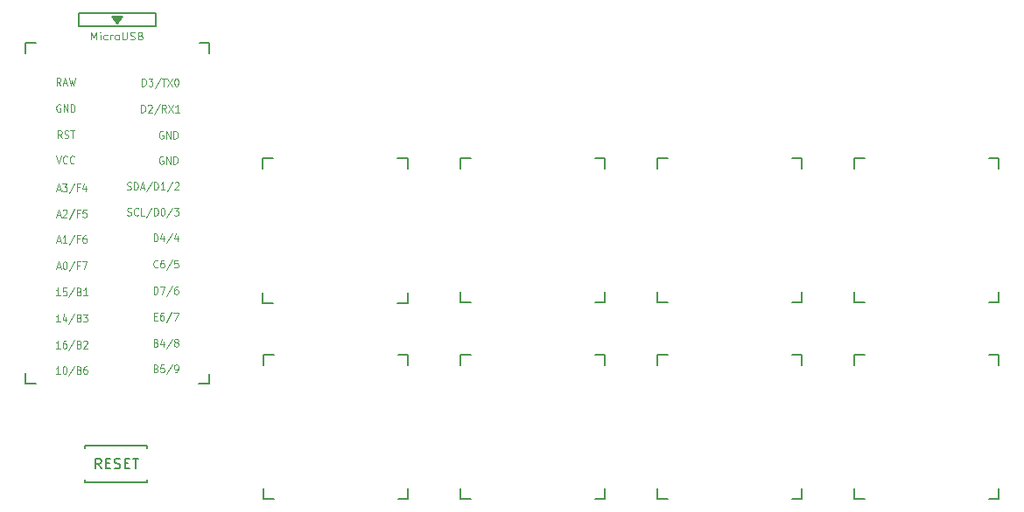
<source format=gbr>
G04 #@! TF.GenerationSoftware,KiCad,Pcbnew,(5.1.0)-1*
G04 #@! TF.CreationDate,2019-04-21T21:02:20+09:00*
G04 #@! TF.ProjectId,meishikbd,6d656973-6869-46b6-9264-2e6b69636164,rev?*
G04 #@! TF.SameCoordinates,Original*
G04 #@! TF.FileFunction,Legend,Top*
G04 #@! TF.FilePolarity,Positive*
%FSLAX46Y46*%
G04 Gerber Fmt 4.6, Leading zero omitted, Abs format (unit mm)*
G04 Created by KiCad (PCBNEW (5.1.0)-1) date 2019-04-21 21:02:20*
%MOMM*%
%LPD*%
G04 APERTURE LIST*
%ADD10C,0.150000*%
%ADD11C,0.120000*%
%ADD12C,0.125000*%
G04 APERTURE END LIST*
D10*
X65150000Y-97100000D02*
X64150000Y-97100000D01*
X64150000Y-96100000D02*
X64150000Y-97100000D01*
X78150000Y-83100000D02*
X77150000Y-83100000D01*
X78150000Y-84100000D02*
X78150000Y-83100000D01*
X78150000Y-97100000D02*
X78150000Y-96100000D01*
X77150000Y-97100000D02*
X78150000Y-97100000D01*
X64150000Y-83100000D02*
X65150000Y-83100000D01*
X64150000Y-84100000D02*
X64150000Y-83100000D01*
X84200000Y-78050000D02*
X83200000Y-78050000D01*
X83200000Y-77050000D02*
X83200000Y-78050000D01*
X97200000Y-64050000D02*
X96200000Y-64050000D01*
X97200000Y-65050000D02*
X97200000Y-64050000D01*
X97200000Y-78050000D02*
X97200000Y-77050000D01*
X96200000Y-78050000D02*
X97200000Y-78050000D01*
X83200000Y-64050000D02*
X84200000Y-64050000D01*
X83200000Y-65050000D02*
X83200000Y-64050000D01*
X83200000Y-84100000D02*
X83200000Y-83100000D01*
X83200000Y-83100000D02*
X84200000Y-83100000D01*
X96200000Y-97100000D02*
X97200000Y-97100000D01*
X97200000Y-97100000D02*
X97200000Y-96100000D01*
X97200000Y-84100000D02*
X97200000Y-83100000D01*
X97200000Y-83100000D02*
X96200000Y-83100000D01*
X83200000Y-96100000D02*
X83200000Y-97100000D01*
X84200000Y-97100000D02*
X83200000Y-97100000D01*
X103250000Y-78050000D02*
X102250000Y-78050000D01*
X102250000Y-77050000D02*
X102250000Y-78050000D01*
X116250000Y-64050000D02*
X115250000Y-64050000D01*
X116250000Y-65050000D02*
X116250000Y-64050000D01*
X116250000Y-78050000D02*
X116250000Y-77050000D01*
X115250000Y-78050000D02*
X116250000Y-78050000D01*
X102250000Y-64050000D02*
X103250000Y-64050000D01*
X102250000Y-65050000D02*
X102250000Y-64050000D01*
X103250000Y-97100000D02*
X102250000Y-97100000D01*
X102250000Y-96100000D02*
X102250000Y-97100000D01*
X116250000Y-83100000D02*
X115250000Y-83100000D01*
X116250000Y-84100000D02*
X116250000Y-83100000D01*
X116250000Y-97100000D02*
X116250000Y-96100000D01*
X115250000Y-97100000D02*
X116250000Y-97100000D01*
X102250000Y-83100000D02*
X103250000Y-83100000D01*
X102250000Y-84100000D02*
X102250000Y-83100000D01*
X122300000Y-78050000D02*
X121300000Y-78050000D01*
X121300000Y-77050000D02*
X121300000Y-78050000D01*
X135300000Y-64050000D02*
X134300000Y-64050000D01*
X135300000Y-65050000D02*
X135300000Y-64050000D01*
X135300000Y-78050000D02*
X135300000Y-77050000D01*
X134300000Y-78050000D02*
X135300000Y-78050000D01*
X121300000Y-64050000D02*
X122300000Y-64050000D01*
X121300000Y-65050000D02*
X121300000Y-64050000D01*
X121300000Y-84100000D02*
X121300000Y-83100000D01*
X121300000Y-83100000D02*
X122300000Y-83100000D01*
X134300000Y-97100000D02*
X135300000Y-97100000D01*
X135300000Y-97100000D02*
X135300000Y-96100000D01*
X135300000Y-84100000D02*
X135300000Y-83100000D01*
X135300000Y-83100000D02*
X134300000Y-83100000D01*
X121300000Y-96100000D02*
X121300000Y-97100000D01*
X122300000Y-97100000D02*
X121300000Y-97100000D01*
X49850000Y-50800000D02*
X50150000Y-50800000D01*
X49750000Y-50650000D02*
X50250000Y-50650000D01*
X49650000Y-50500000D02*
X50350000Y-50500000D01*
X50000000Y-51000000D02*
X49500000Y-50350000D01*
X50500000Y-50350000D02*
X50000000Y-51000000D01*
X49500000Y-50350000D02*
X50500000Y-50350000D01*
X53750000Y-50000000D02*
X46250000Y-50000000D01*
X53750000Y-51300000D02*
X53750000Y-50000000D01*
X46250000Y-51300000D02*
X53750000Y-51300000D01*
X46250000Y-50000000D02*
X46250000Y-51300000D01*
X41100000Y-52900000D02*
X41100000Y-53900000D01*
X58900000Y-52900000D02*
X58900000Y-53900000D01*
X41100000Y-52900000D02*
X42100000Y-52900000D01*
X58900000Y-52900000D02*
X57950000Y-52900000D01*
X41100000Y-84900000D02*
X41100000Y-85950000D01*
X58900000Y-84950000D02*
X58900000Y-85950000D01*
X41100000Y-85950000D02*
X42100000Y-85950000D01*
X58900000Y-85950000D02*
X57890000Y-85950000D01*
X64100000Y-65100000D02*
X64100000Y-64100000D01*
X64100000Y-64100000D02*
X65100000Y-64100000D01*
X77100000Y-78100000D02*
X78100000Y-78100000D01*
X78100000Y-78100000D02*
X78100000Y-77100000D01*
X78100000Y-65100000D02*
X78100000Y-64100000D01*
X78100000Y-64100000D02*
X77100000Y-64100000D01*
X64100000Y-77100000D02*
X64100000Y-78100000D01*
X65100000Y-78100000D02*
X64100000Y-78100000D01*
X46900000Y-95450000D02*
X52900000Y-95450000D01*
X52900000Y-95450000D02*
X52900000Y-95200000D01*
X46900000Y-95450000D02*
X46900000Y-95200000D01*
X46900000Y-91950000D02*
X46900000Y-92200000D01*
X46900000Y-91950000D02*
X52900000Y-91950000D01*
X52900000Y-91950000D02*
X52900000Y-92200000D01*
D11*
X47503571Y-52589285D02*
X47503571Y-51839285D01*
X47753571Y-52375000D01*
X48003571Y-51839285D01*
X48003571Y-52589285D01*
X48360714Y-52589285D02*
X48360714Y-52089285D01*
X48360714Y-51839285D02*
X48325000Y-51875000D01*
X48360714Y-51910714D01*
X48396428Y-51875000D01*
X48360714Y-51839285D01*
X48360714Y-51910714D01*
X49039285Y-52553571D02*
X48967857Y-52589285D01*
X48825000Y-52589285D01*
X48753571Y-52553571D01*
X48717857Y-52517857D01*
X48682142Y-52446428D01*
X48682142Y-52232142D01*
X48717857Y-52160714D01*
X48753571Y-52125000D01*
X48825000Y-52089285D01*
X48967857Y-52089285D01*
X49039285Y-52125000D01*
X49360714Y-52589285D02*
X49360714Y-52089285D01*
X49360714Y-52232142D02*
X49396428Y-52160714D01*
X49432142Y-52125000D01*
X49503571Y-52089285D01*
X49575000Y-52089285D01*
X49932142Y-52589285D02*
X49860714Y-52553571D01*
X49825000Y-52517857D01*
X49789285Y-52446428D01*
X49789285Y-52232142D01*
X49825000Y-52160714D01*
X49860714Y-52125000D01*
X49932142Y-52089285D01*
X50039285Y-52089285D01*
X50110714Y-52125000D01*
X50146428Y-52160714D01*
X50182142Y-52232142D01*
X50182142Y-52446428D01*
X50146428Y-52517857D01*
X50110714Y-52553571D01*
X50039285Y-52589285D01*
X49932142Y-52589285D01*
X50503571Y-51839285D02*
X50503571Y-52446428D01*
X50539285Y-52517857D01*
X50575000Y-52553571D01*
X50646428Y-52589285D01*
X50789285Y-52589285D01*
X50860714Y-52553571D01*
X50896428Y-52517857D01*
X50932142Y-52446428D01*
X50932142Y-51839285D01*
X51253571Y-52553571D02*
X51360714Y-52589285D01*
X51539285Y-52589285D01*
X51610714Y-52553571D01*
X51646428Y-52517857D01*
X51682142Y-52446428D01*
X51682142Y-52375000D01*
X51646428Y-52303571D01*
X51610714Y-52267857D01*
X51539285Y-52232142D01*
X51396428Y-52196428D01*
X51325000Y-52160714D01*
X51289285Y-52125000D01*
X51253571Y-52053571D01*
X51253571Y-51982142D01*
X51289285Y-51910714D01*
X51325000Y-51875000D01*
X51396428Y-51839285D01*
X51575000Y-51839285D01*
X51682142Y-51875000D01*
X52253571Y-52196428D02*
X52360714Y-52232142D01*
X52396428Y-52267857D01*
X52432142Y-52339285D01*
X52432142Y-52446428D01*
X52396428Y-52517857D01*
X52360714Y-52553571D01*
X52289285Y-52589285D01*
X52003571Y-52589285D01*
X52003571Y-51839285D01*
X52253571Y-51839285D01*
X52325000Y-51875000D01*
X52360714Y-51910714D01*
X52396428Y-51982142D01*
X52396428Y-52053571D01*
X52360714Y-52125000D01*
X52325000Y-52160714D01*
X52253571Y-52196428D01*
X52003571Y-52196428D01*
D12*
X53763809Y-81946428D02*
X53859523Y-81982142D01*
X53891428Y-82017857D01*
X53923333Y-82089285D01*
X53923333Y-82196428D01*
X53891428Y-82267857D01*
X53859523Y-82303571D01*
X53795714Y-82339285D01*
X53540476Y-82339285D01*
X53540476Y-81589285D01*
X53763809Y-81589285D01*
X53827619Y-81625000D01*
X53859523Y-81660714D01*
X53891428Y-81732142D01*
X53891428Y-81803571D01*
X53859523Y-81875000D01*
X53827619Y-81910714D01*
X53763809Y-81946428D01*
X53540476Y-81946428D01*
X54497619Y-81839285D02*
X54497619Y-82339285D01*
X54338095Y-81553571D02*
X54178571Y-82089285D01*
X54593333Y-82089285D01*
X55327142Y-81553571D02*
X54752857Y-82517857D01*
X55646190Y-81910714D02*
X55582380Y-81875000D01*
X55550476Y-81839285D01*
X55518571Y-81767857D01*
X55518571Y-81732142D01*
X55550476Y-81660714D01*
X55582380Y-81625000D01*
X55646190Y-81589285D01*
X55773809Y-81589285D01*
X55837619Y-81625000D01*
X55869523Y-81660714D01*
X55901428Y-81732142D01*
X55901428Y-81767857D01*
X55869523Y-81839285D01*
X55837619Y-81875000D01*
X55773809Y-81910714D01*
X55646190Y-81910714D01*
X55582380Y-81946428D01*
X55550476Y-81982142D01*
X55518571Y-82053571D01*
X55518571Y-82196428D01*
X55550476Y-82267857D01*
X55582380Y-82303571D01*
X55646190Y-82339285D01*
X55773809Y-82339285D01*
X55837619Y-82303571D01*
X55869523Y-82267857D01*
X55901428Y-82196428D01*
X55901428Y-82053571D01*
X55869523Y-81982142D01*
X55837619Y-81946428D01*
X55773809Y-81910714D01*
X52336428Y-59639285D02*
X52336428Y-58889285D01*
X52495952Y-58889285D01*
X52591666Y-58925000D01*
X52655476Y-58996428D01*
X52687380Y-59067857D01*
X52719285Y-59210714D01*
X52719285Y-59317857D01*
X52687380Y-59460714D01*
X52655476Y-59532142D01*
X52591666Y-59603571D01*
X52495952Y-59639285D01*
X52336428Y-59639285D01*
X52974523Y-58960714D02*
X53006428Y-58925000D01*
X53070238Y-58889285D01*
X53229761Y-58889285D01*
X53293571Y-58925000D01*
X53325476Y-58960714D01*
X53357380Y-59032142D01*
X53357380Y-59103571D01*
X53325476Y-59210714D01*
X52942619Y-59639285D01*
X53357380Y-59639285D01*
X54123095Y-58853571D02*
X53548809Y-59817857D01*
X54729285Y-59639285D02*
X54505952Y-59282142D01*
X54346428Y-59639285D02*
X54346428Y-58889285D01*
X54601666Y-58889285D01*
X54665476Y-58925000D01*
X54697380Y-58960714D01*
X54729285Y-59032142D01*
X54729285Y-59139285D01*
X54697380Y-59210714D01*
X54665476Y-59246428D01*
X54601666Y-59282142D01*
X54346428Y-59282142D01*
X54952619Y-58889285D02*
X55399285Y-59639285D01*
X55399285Y-58889285D02*
X54952619Y-59639285D01*
X56005476Y-59639285D02*
X55622619Y-59639285D01*
X55814047Y-59639285D02*
X55814047Y-58889285D01*
X55750238Y-58996428D01*
X55686428Y-59067857D01*
X55622619Y-59103571D01*
X53763809Y-84446428D02*
X53859523Y-84482142D01*
X53891428Y-84517857D01*
X53923333Y-84589285D01*
X53923333Y-84696428D01*
X53891428Y-84767857D01*
X53859523Y-84803571D01*
X53795714Y-84839285D01*
X53540476Y-84839285D01*
X53540476Y-84089285D01*
X53763809Y-84089285D01*
X53827619Y-84125000D01*
X53859523Y-84160714D01*
X53891428Y-84232142D01*
X53891428Y-84303571D01*
X53859523Y-84375000D01*
X53827619Y-84410714D01*
X53763809Y-84446428D01*
X53540476Y-84446428D01*
X54529523Y-84089285D02*
X54210476Y-84089285D01*
X54178571Y-84446428D01*
X54210476Y-84410714D01*
X54274285Y-84375000D01*
X54433809Y-84375000D01*
X54497619Y-84410714D01*
X54529523Y-84446428D01*
X54561428Y-84517857D01*
X54561428Y-84696428D01*
X54529523Y-84767857D01*
X54497619Y-84803571D01*
X54433809Y-84839285D01*
X54274285Y-84839285D01*
X54210476Y-84803571D01*
X54178571Y-84767857D01*
X55327142Y-84053571D02*
X54752857Y-85017857D01*
X55582380Y-84839285D02*
X55710000Y-84839285D01*
X55773809Y-84803571D01*
X55805714Y-84767857D01*
X55869523Y-84660714D01*
X55901428Y-84517857D01*
X55901428Y-84232142D01*
X55869523Y-84160714D01*
X55837619Y-84125000D01*
X55773809Y-84089285D01*
X55646190Y-84089285D01*
X55582380Y-84125000D01*
X55550476Y-84160714D01*
X55518571Y-84232142D01*
X55518571Y-84410714D01*
X55550476Y-84482142D01*
X55582380Y-84517857D01*
X55646190Y-84553571D01*
X55773809Y-84553571D01*
X55837619Y-84517857D01*
X55869523Y-84482142D01*
X55901428Y-84410714D01*
X53923333Y-74617857D02*
X53891428Y-74653571D01*
X53795714Y-74689285D01*
X53731904Y-74689285D01*
X53636190Y-74653571D01*
X53572380Y-74582142D01*
X53540476Y-74510714D01*
X53508571Y-74367857D01*
X53508571Y-74260714D01*
X53540476Y-74117857D01*
X53572380Y-74046428D01*
X53636190Y-73975000D01*
X53731904Y-73939285D01*
X53795714Y-73939285D01*
X53891428Y-73975000D01*
X53923333Y-74010714D01*
X54497619Y-73939285D02*
X54370000Y-73939285D01*
X54306190Y-73975000D01*
X54274285Y-74010714D01*
X54210476Y-74117857D01*
X54178571Y-74260714D01*
X54178571Y-74546428D01*
X54210476Y-74617857D01*
X54242380Y-74653571D01*
X54306190Y-74689285D01*
X54433809Y-74689285D01*
X54497619Y-74653571D01*
X54529523Y-74617857D01*
X54561428Y-74546428D01*
X54561428Y-74367857D01*
X54529523Y-74296428D01*
X54497619Y-74260714D01*
X54433809Y-74225000D01*
X54306190Y-74225000D01*
X54242380Y-74260714D01*
X54210476Y-74296428D01*
X54178571Y-74367857D01*
X55327142Y-73903571D02*
X54752857Y-74867857D01*
X55869523Y-73939285D02*
X55550476Y-73939285D01*
X55518571Y-74296428D01*
X55550476Y-74260714D01*
X55614285Y-74225000D01*
X55773809Y-74225000D01*
X55837619Y-74260714D01*
X55869523Y-74296428D01*
X55901428Y-74367857D01*
X55901428Y-74546428D01*
X55869523Y-74617857D01*
X55837619Y-74653571D01*
X55773809Y-74689285D01*
X55614285Y-74689285D01*
X55550476Y-74653571D01*
X55518571Y-74617857D01*
X50982380Y-69603571D02*
X51078095Y-69639285D01*
X51237619Y-69639285D01*
X51301428Y-69603571D01*
X51333333Y-69567857D01*
X51365238Y-69496428D01*
X51365238Y-69425000D01*
X51333333Y-69353571D01*
X51301428Y-69317857D01*
X51237619Y-69282142D01*
X51110000Y-69246428D01*
X51046190Y-69210714D01*
X51014285Y-69175000D01*
X50982380Y-69103571D01*
X50982380Y-69032142D01*
X51014285Y-68960714D01*
X51046190Y-68925000D01*
X51110000Y-68889285D01*
X51269523Y-68889285D01*
X51365238Y-68925000D01*
X52035238Y-69567857D02*
X52003333Y-69603571D01*
X51907619Y-69639285D01*
X51843809Y-69639285D01*
X51748095Y-69603571D01*
X51684285Y-69532142D01*
X51652380Y-69460714D01*
X51620476Y-69317857D01*
X51620476Y-69210714D01*
X51652380Y-69067857D01*
X51684285Y-68996428D01*
X51748095Y-68925000D01*
X51843809Y-68889285D01*
X51907619Y-68889285D01*
X52003333Y-68925000D01*
X52035238Y-68960714D01*
X52641428Y-69639285D02*
X52322380Y-69639285D01*
X52322380Y-68889285D01*
X53343333Y-68853571D02*
X52769047Y-69817857D01*
X53566666Y-69639285D02*
X53566666Y-68889285D01*
X53726190Y-68889285D01*
X53821904Y-68925000D01*
X53885714Y-68996428D01*
X53917619Y-69067857D01*
X53949523Y-69210714D01*
X53949523Y-69317857D01*
X53917619Y-69460714D01*
X53885714Y-69532142D01*
X53821904Y-69603571D01*
X53726190Y-69639285D01*
X53566666Y-69639285D01*
X54364285Y-68889285D02*
X54428095Y-68889285D01*
X54491904Y-68925000D01*
X54523809Y-68960714D01*
X54555714Y-69032142D01*
X54587619Y-69175000D01*
X54587619Y-69353571D01*
X54555714Y-69496428D01*
X54523809Y-69567857D01*
X54491904Y-69603571D01*
X54428095Y-69639285D01*
X54364285Y-69639285D01*
X54300476Y-69603571D01*
X54268571Y-69567857D01*
X54236666Y-69496428D01*
X54204761Y-69353571D01*
X54204761Y-69175000D01*
X54236666Y-69032142D01*
X54268571Y-68960714D01*
X54300476Y-68925000D01*
X54364285Y-68889285D01*
X55353333Y-68853571D02*
X54779047Y-69817857D01*
X55512857Y-68889285D02*
X55927619Y-68889285D01*
X55704285Y-69175000D01*
X55800000Y-69175000D01*
X55863809Y-69210714D01*
X55895714Y-69246428D01*
X55927619Y-69317857D01*
X55927619Y-69496428D01*
X55895714Y-69567857D01*
X55863809Y-69603571D01*
X55800000Y-69639285D01*
X55608571Y-69639285D01*
X55544761Y-69603571D01*
X55512857Y-69567857D01*
X50966428Y-67103571D02*
X51062142Y-67139285D01*
X51221666Y-67139285D01*
X51285476Y-67103571D01*
X51317380Y-67067857D01*
X51349285Y-66996428D01*
X51349285Y-66925000D01*
X51317380Y-66853571D01*
X51285476Y-66817857D01*
X51221666Y-66782142D01*
X51094047Y-66746428D01*
X51030238Y-66710714D01*
X50998333Y-66675000D01*
X50966428Y-66603571D01*
X50966428Y-66532142D01*
X50998333Y-66460714D01*
X51030238Y-66425000D01*
X51094047Y-66389285D01*
X51253571Y-66389285D01*
X51349285Y-66425000D01*
X51636428Y-67139285D02*
X51636428Y-66389285D01*
X51795952Y-66389285D01*
X51891666Y-66425000D01*
X51955476Y-66496428D01*
X51987380Y-66567857D01*
X52019285Y-66710714D01*
X52019285Y-66817857D01*
X51987380Y-66960714D01*
X51955476Y-67032142D01*
X51891666Y-67103571D01*
X51795952Y-67139285D01*
X51636428Y-67139285D01*
X52274523Y-66925000D02*
X52593571Y-66925000D01*
X52210714Y-67139285D02*
X52434047Y-66389285D01*
X52657380Y-67139285D01*
X53359285Y-66353571D02*
X52785000Y-67317857D01*
X53582619Y-67139285D02*
X53582619Y-66389285D01*
X53742142Y-66389285D01*
X53837857Y-66425000D01*
X53901666Y-66496428D01*
X53933571Y-66567857D01*
X53965476Y-66710714D01*
X53965476Y-66817857D01*
X53933571Y-66960714D01*
X53901666Y-67032142D01*
X53837857Y-67103571D01*
X53742142Y-67139285D01*
X53582619Y-67139285D01*
X54603571Y-67139285D02*
X54220714Y-67139285D01*
X54412142Y-67139285D02*
X54412142Y-66389285D01*
X54348333Y-66496428D01*
X54284523Y-66567857D01*
X54220714Y-66603571D01*
X55369285Y-66353571D02*
X54795000Y-67317857D01*
X55560714Y-66460714D02*
X55592619Y-66425000D01*
X55656428Y-66389285D01*
X55815952Y-66389285D01*
X55879761Y-66425000D01*
X55911666Y-66460714D01*
X55943571Y-66532142D01*
X55943571Y-66603571D01*
X55911666Y-66710714D01*
X55528809Y-67139285D01*
X55943571Y-67139285D01*
X53540476Y-72139285D02*
X53540476Y-71389285D01*
X53700000Y-71389285D01*
X53795714Y-71425000D01*
X53859523Y-71496428D01*
X53891428Y-71567857D01*
X53923333Y-71710714D01*
X53923333Y-71817857D01*
X53891428Y-71960714D01*
X53859523Y-72032142D01*
X53795714Y-72103571D01*
X53700000Y-72139285D01*
X53540476Y-72139285D01*
X54497619Y-71639285D02*
X54497619Y-72139285D01*
X54338095Y-71353571D02*
X54178571Y-71889285D01*
X54593333Y-71889285D01*
X55327142Y-71353571D02*
X54752857Y-72317857D01*
X55837619Y-71639285D02*
X55837619Y-72139285D01*
X55678095Y-71353571D02*
X55518571Y-71889285D01*
X55933333Y-71889285D01*
X52416190Y-57089285D02*
X52416190Y-56339285D01*
X52575714Y-56339285D01*
X52671428Y-56375000D01*
X52735238Y-56446428D01*
X52767142Y-56517857D01*
X52799047Y-56660714D01*
X52799047Y-56767857D01*
X52767142Y-56910714D01*
X52735238Y-56982142D01*
X52671428Y-57053571D01*
X52575714Y-57089285D01*
X52416190Y-57089285D01*
X53022380Y-56339285D02*
X53437142Y-56339285D01*
X53213809Y-56625000D01*
X53309523Y-56625000D01*
X53373333Y-56660714D01*
X53405238Y-56696428D01*
X53437142Y-56767857D01*
X53437142Y-56946428D01*
X53405238Y-57017857D01*
X53373333Y-57053571D01*
X53309523Y-57089285D01*
X53118095Y-57089285D01*
X53054285Y-57053571D01*
X53022380Y-57017857D01*
X54202857Y-56303571D02*
X53628571Y-57267857D01*
X54330476Y-56339285D02*
X54713333Y-56339285D01*
X54521904Y-57089285D02*
X54521904Y-56339285D01*
X54872857Y-56339285D02*
X55319523Y-57089285D01*
X55319523Y-56339285D02*
X54872857Y-57089285D01*
X55702380Y-56339285D02*
X55766190Y-56339285D01*
X55830000Y-56375000D01*
X55861904Y-56410714D01*
X55893809Y-56482142D01*
X55925714Y-56625000D01*
X55925714Y-56803571D01*
X55893809Y-56946428D01*
X55861904Y-57017857D01*
X55830000Y-57053571D01*
X55766190Y-57089285D01*
X55702380Y-57089285D01*
X55638571Y-57053571D01*
X55606666Y-57017857D01*
X55574761Y-56946428D01*
X55542857Y-56803571D01*
X55542857Y-56625000D01*
X55574761Y-56482142D01*
X55606666Y-56410714D01*
X55638571Y-56375000D01*
X55702380Y-56339285D01*
X54444523Y-63925000D02*
X54380714Y-63889285D01*
X54285000Y-63889285D01*
X54189285Y-63925000D01*
X54125476Y-63996428D01*
X54093571Y-64067857D01*
X54061666Y-64210714D01*
X54061666Y-64317857D01*
X54093571Y-64460714D01*
X54125476Y-64532142D01*
X54189285Y-64603571D01*
X54285000Y-64639285D01*
X54348809Y-64639285D01*
X54444523Y-64603571D01*
X54476428Y-64567857D01*
X54476428Y-64317857D01*
X54348809Y-64317857D01*
X54763571Y-64639285D02*
X54763571Y-63889285D01*
X55146428Y-64639285D01*
X55146428Y-63889285D01*
X55465476Y-64639285D02*
X55465476Y-63889285D01*
X55625000Y-63889285D01*
X55720714Y-63925000D01*
X55784523Y-63996428D01*
X55816428Y-64067857D01*
X55848333Y-64210714D01*
X55848333Y-64317857D01*
X55816428Y-64460714D01*
X55784523Y-64532142D01*
X55720714Y-64603571D01*
X55625000Y-64639285D01*
X55465476Y-64639285D01*
X54444523Y-61475000D02*
X54380714Y-61439285D01*
X54285000Y-61439285D01*
X54189285Y-61475000D01*
X54125476Y-61546428D01*
X54093571Y-61617857D01*
X54061666Y-61760714D01*
X54061666Y-61867857D01*
X54093571Y-62010714D01*
X54125476Y-62082142D01*
X54189285Y-62153571D01*
X54285000Y-62189285D01*
X54348809Y-62189285D01*
X54444523Y-62153571D01*
X54476428Y-62117857D01*
X54476428Y-61867857D01*
X54348809Y-61867857D01*
X54763571Y-62189285D02*
X54763571Y-61439285D01*
X55146428Y-62189285D01*
X55146428Y-61439285D01*
X55465476Y-62189285D02*
X55465476Y-61439285D01*
X55625000Y-61439285D01*
X55720714Y-61475000D01*
X55784523Y-61546428D01*
X55816428Y-61617857D01*
X55848333Y-61760714D01*
X55848333Y-61867857D01*
X55816428Y-62010714D01*
X55784523Y-62082142D01*
X55720714Y-62153571D01*
X55625000Y-62189285D01*
X55465476Y-62189285D01*
X53540476Y-77239285D02*
X53540476Y-76489285D01*
X53700000Y-76489285D01*
X53795714Y-76525000D01*
X53859523Y-76596428D01*
X53891428Y-76667857D01*
X53923333Y-76810714D01*
X53923333Y-76917857D01*
X53891428Y-77060714D01*
X53859523Y-77132142D01*
X53795714Y-77203571D01*
X53700000Y-77239285D01*
X53540476Y-77239285D01*
X54146666Y-76489285D02*
X54593333Y-76489285D01*
X54306190Y-77239285D01*
X55327142Y-76453571D02*
X54752857Y-77417857D01*
X55837619Y-76489285D02*
X55710000Y-76489285D01*
X55646190Y-76525000D01*
X55614285Y-76560714D01*
X55550476Y-76667857D01*
X55518571Y-76810714D01*
X55518571Y-77096428D01*
X55550476Y-77167857D01*
X55582380Y-77203571D01*
X55646190Y-77239285D01*
X55773809Y-77239285D01*
X55837619Y-77203571D01*
X55869523Y-77167857D01*
X55901428Y-77096428D01*
X55901428Y-76917857D01*
X55869523Y-76846428D01*
X55837619Y-76810714D01*
X55773809Y-76775000D01*
X55646190Y-76775000D01*
X55582380Y-76810714D01*
X55550476Y-76846428D01*
X55518571Y-76917857D01*
X53572380Y-79396428D02*
X53795714Y-79396428D01*
X53891428Y-79789285D02*
X53572380Y-79789285D01*
X53572380Y-79039285D01*
X53891428Y-79039285D01*
X54465714Y-79039285D02*
X54338095Y-79039285D01*
X54274285Y-79075000D01*
X54242380Y-79110714D01*
X54178571Y-79217857D01*
X54146666Y-79360714D01*
X54146666Y-79646428D01*
X54178571Y-79717857D01*
X54210476Y-79753571D01*
X54274285Y-79789285D01*
X54401904Y-79789285D01*
X54465714Y-79753571D01*
X54497619Y-79717857D01*
X54529523Y-79646428D01*
X54529523Y-79467857D01*
X54497619Y-79396428D01*
X54465714Y-79360714D01*
X54401904Y-79325000D01*
X54274285Y-79325000D01*
X54210476Y-79360714D01*
X54178571Y-79396428D01*
X54146666Y-79467857D01*
X55295238Y-79003571D02*
X54720952Y-79967857D01*
X55454761Y-79039285D02*
X55901428Y-79039285D01*
X55614285Y-79789285D01*
X44472380Y-82489285D02*
X44089523Y-82489285D01*
X44280952Y-82489285D02*
X44280952Y-81739285D01*
X44217142Y-81846428D01*
X44153333Y-81917857D01*
X44089523Y-81953571D01*
X45046666Y-81739285D02*
X44919047Y-81739285D01*
X44855238Y-81775000D01*
X44823333Y-81810714D01*
X44759523Y-81917857D01*
X44727619Y-82060714D01*
X44727619Y-82346428D01*
X44759523Y-82417857D01*
X44791428Y-82453571D01*
X44855238Y-82489285D01*
X44982857Y-82489285D01*
X45046666Y-82453571D01*
X45078571Y-82417857D01*
X45110476Y-82346428D01*
X45110476Y-82167857D01*
X45078571Y-82096428D01*
X45046666Y-82060714D01*
X44982857Y-82025000D01*
X44855238Y-82025000D01*
X44791428Y-82060714D01*
X44759523Y-82096428D01*
X44727619Y-82167857D01*
X45876190Y-81703571D02*
X45301904Y-82667857D01*
X46322857Y-82096428D02*
X46418571Y-82132142D01*
X46450476Y-82167857D01*
X46482380Y-82239285D01*
X46482380Y-82346428D01*
X46450476Y-82417857D01*
X46418571Y-82453571D01*
X46354761Y-82489285D01*
X46099523Y-82489285D01*
X46099523Y-81739285D01*
X46322857Y-81739285D01*
X46386666Y-81775000D01*
X46418571Y-81810714D01*
X46450476Y-81882142D01*
X46450476Y-81953571D01*
X46418571Y-82025000D01*
X46386666Y-82060714D01*
X46322857Y-82096428D01*
X46099523Y-82096428D01*
X46737619Y-81810714D02*
X46769523Y-81775000D01*
X46833333Y-81739285D01*
X46992857Y-81739285D01*
X47056666Y-81775000D01*
X47088571Y-81810714D01*
X47120476Y-81882142D01*
X47120476Y-81953571D01*
X47088571Y-82060714D01*
X46705714Y-82489285D01*
X47120476Y-82489285D01*
X44472380Y-84989285D02*
X44089523Y-84989285D01*
X44280952Y-84989285D02*
X44280952Y-84239285D01*
X44217142Y-84346428D01*
X44153333Y-84417857D01*
X44089523Y-84453571D01*
X44887142Y-84239285D02*
X44950952Y-84239285D01*
X45014761Y-84275000D01*
X45046666Y-84310714D01*
X45078571Y-84382142D01*
X45110476Y-84525000D01*
X45110476Y-84703571D01*
X45078571Y-84846428D01*
X45046666Y-84917857D01*
X45014761Y-84953571D01*
X44950952Y-84989285D01*
X44887142Y-84989285D01*
X44823333Y-84953571D01*
X44791428Y-84917857D01*
X44759523Y-84846428D01*
X44727619Y-84703571D01*
X44727619Y-84525000D01*
X44759523Y-84382142D01*
X44791428Y-84310714D01*
X44823333Y-84275000D01*
X44887142Y-84239285D01*
X45876190Y-84203571D02*
X45301904Y-85167857D01*
X46322857Y-84596428D02*
X46418571Y-84632142D01*
X46450476Y-84667857D01*
X46482380Y-84739285D01*
X46482380Y-84846428D01*
X46450476Y-84917857D01*
X46418571Y-84953571D01*
X46354761Y-84989285D01*
X46099523Y-84989285D01*
X46099523Y-84239285D01*
X46322857Y-84239285D01*
X46386666Y-84275000D01*
X46418571Y-84310714D01*
X46450476Y-84382142D01*
X46450476Y-84453571D01*
X46418571Y-84525000D01*
X46386666Y-84560714D01*
X46322857Y-84596428D01*
X46099523Y-84596428D01*
X47056666Y-84239285D02*
X46929047Y-84239285D01*
X46865238Y-84275000D01*
X46833333Y-84310714D01*
X46769523Y-84417857D01*
X46737619Y-84560714D01*
X46737619Y-84846428D01*
X46769523Y-84917857D01*
X46801428Y-84953571D01*
X46865238Y-84989285D01*
X46992857Y-84989285D01*
X47056666Y-84953571D01*
X47088571Y-84917857D01*
X47120476Y-84846428D01*
X47120476Y-84667857D01*
X47088571Y-84596428D01*
X47056666Y-84560714D01*
X46992857Y-84525000D01*
X46865238Y-84525000D01*
X46801428Y-84560714D01*
X46769523Y-84596428D01*
X46737619Y-84667857D01*
X44472380Y-79939285D02*
X44089523Y-79939285D01*
X44280952Y-79939285D02*
X44280952Y-79189285D01*
X44217142Y-79296428D01*
X44153333Y-79367857D01*
X44089523Y-79403571D01*
X45046666Y-79439285D02*
X45046666Y-79939285D01*
X44887142Y-79153571D02*
X44727619Y-79689285D01*
X45142380Y-79689285D01*
X45876190Y-79153571D02*
X45301904Y-80117857D01*
X46322857Y-79546428D02*
X46418571Y-79582142D01*
X46450476Y-79617857D01*
X46482380Y-79689285D01*
X46482380Y-79796428D01*
X46450476Y-79867857D01*
X46418571Y-79903571D01*
X46354761Y-79939285D01*
X46099523Y-79939285D01*
X46099523Y-79189285D01*
X46322857Y-79189285D01*
X46386666Y-79225000D01*
X46418571Y-79260714D01*
X46450476Y-79332142D01*
X46450476Y-79403571D01*
X46418571Y-79475000D01*
X46386666Y-79510714D01*
X46322857Y-79546428D01*
X46099523Y-79546428D01*
X46705714Y-79189285D02*
X47120476Y-79189285D01*
X46897142Y-79475000D01*
X46992857Y-79475000D01*
X47056666Y-79510714D01*
X47088571Y-79546428D01*
X47120476Y-79617857D01*
X47120476Y-79796428D01*
X47088571Y-79867857D01*
X47056666Y-79903571D01*
X46992857Y-79939285D01*
X46801428Y-79939285D01*
X46737619Y-79903571D01*
X46705714Y-79867857D01*
X44472380Y-77389285D02*
X44089523Y-77389285D01*
X44280952Y-77389285D02*
X44280952Y-76639285D01*
X44217142Y-76746428D01*
X44153333Y-76817857D01*
X44089523Y-76853571D01*
X45078571Y-76639285D02*
X44759523Y-76639285D01*
X44727619Y-76996428D01*
X44759523Y-76960714D01*
X44823333Y-76925000D01*
X44982857Y-76925000D01*
X45046666Y-76960714D01*
X45078571Y-76996428D01*
X45110476Y-77067857D01*
X45110476Y-77246428D01*
X45078571Y-77317857D01*
X45046666Y-77353571D01*
X44982857Y-77389285D01*
X44823333Y-77389285D01*
X44759523Y-77353571D01*
X44727619Y-77317857D01*
X45876190Y-76603571D02*
X45301904Y-77567857D01*
X46322857Y-76996428D02*
X46418571Y-77032142D01*
X46450476Y-77067857D01*
X46482380Y-77139285D01*
X46482380Y-77246428D01*
X46450476Y-77317857D01*
X46418571Y-77353571D01*
X46354761Y-77389285D01*
X46099523Y-77389285D01*
X46099523Y-76639285D01*
X46322857Y-76639285D01*
X46386666Y-76675000D01*
X46418571Y-76710714D01*
X46450476Y-76782142D01*
X46450476Y-76853571D01*
X46418571Y-76925000D01*
X46386666Y-76960714D01*
X46322857Y-76996428D01*
X46099523Y-76996428D01*
X47120476Y-77389285D02*
X46737619Y-77389285D01*
X46929047Y-77389285D02*
X46929047Y-76639285D01*
X46865238Y-76746428D01*
X46801428Y-76817857D01*
X46737619Y-76853571D01*
X44169285Y-74625000D02*
X44488333Y-74625000D01*
X44105476Y-74839285D02*
X44328809Y-74089285D01*
X44552142Y-74839285D01*
X44903095Y-74089285D02*
X44966904Y-74089285D01*
X45030714Y-74125000D01*
X45062619Y-74160714D01*
X45094523Y-74232142D01*
X45126428Y-74375000D01*
X45126428Y-74553571D01*
X45094523Y-74696428D01*
X45062619Y-74767857D01*
X45030714Y-74803571D01*
X44966904Y-74839285D01*
X44903095Y-74839285D01*
X44839285Y-74803571D01*
X44807380Y-74767857D01*
X44775476Y-74696428D01*
X44743571Y-74553571D01*
X44743571Y-74375000D01*
X44775476Y-74232142D01*
X44807380Y-74160714D01*
X44839285Y-74125000D01*
X44903095Y-74089285D01*
X45892142Y-74053571D02*
X45317857Y-75017857D01*
X46338809Y-74446428D02*
X46115476Y-74446428D01*
X46115476Y-74839285D02*
X46115476Y-74089285D01*
X46434523Y-74089285D01*
X46625952Y-74089285D02*
X47072619Y-74089285D01*
X46785476Y-74839285D01*
X44169285Y-72075000D02*
X44488333Y-72075000D01*
X44105476Y-72289285D02*
X44328809Y-71539285D01*
X44552142Y-72289285D01*
X45126428Y-72289285D02*
X44743571Y-72289285D01*
X44935000Y-72289285D02*
X44935000Y-71539285D01*
X44871190Y-71646428D01*
X44807380Y-71717857D01*
X44743571Y-71753571D01*
X45892142Y-71503571D02*
X45317857Y-72467857D01*
X46338809Y-71896428D02*
X46115476Y-71896428D01*
X46115476Y-72289285D02*
X46115476Y-71539285D01*
X46434523Y-71539285D01*
X46976904Y-71539285D02*
X46849285Y-71539285D01*
X46785476Y-71575000D01*
X46753571Y-71610714D01*
X46689761Y-71717857D01*
X46657857Y-71860714D01*
X46657857Y-72146428D01*
X46689761Y-72217857D01*
X46721666Y-72253571D01*
X46785476Y-72289285D01*
X46913095Y-72289285D01*
X46976904Y-72253571D01*
X47008809Y-72217857D01*
X47040714Y-72146428D01*
X47040714Y-71967857D01*
X47008809Y-71896428D01*
X46976904Y-71860714D01*
X46913095Y-71825000D01*
X46785476Y-71825000D01*
X46721666Y-71860714D01*
X46689761Y-71896428D01*
X46657857Y-71967857D01*
X44169285Y-69575000D02*
X44488333Y-69575000D01*
X44105476Y-69789285D02*
X44328809Y-69039285D01*
X44552142Y-69789285D01*
X44743571Y-69110714D02*
X44775476Y-69075000D01*
X44839285Y-69039285D01*
X44998809Y-69039285D01*
X45062619Y-69075000D01*
X45094523Y-69110714D01*
X45126428Y-69182142D01*
X45126428Y-69253571D01*
X45094523Y-69360714D01*
X44711666Y-69789285D01*
X45126428Y-69789285D01*
X45892142Y-69003571D02*
X45317857Y-69967857D01*
X46338809Y-69396428D02*
X46115476Y-69396428D01*
X46115476Y-69789285D02*
X46115476Y-69039285D01*
X46434523Y-69039285D01*
X47008809Y-69039285D02*
X46689761Y-69039285D01*
X46657857Y-69396428D01*
X46689761Y-69360714D01*
X46753571Y-69325000D01*
X46913095Y-69325000D01*
X46976904Y-69360714D01*
X47008809Y-69396428D01*
X47040714Y-69467857D01*
X47040714Y-69646428D01*
X47008809Y-69717857D01*
X46976904Y-69753571D01*
X46913095Y-69789285D01*
X46753571Y-69789285D01*
X46689761Y-69753571D01*
X46657857Y-69717857D01*
X44169285Y-67075000D02*
X44488333Y-67075000D01*
X44105476Y-67289285D02*
X44328809Y-66539285D01*
X44552142Y-67289285D01*
X44711666Y-66539285D02*
X45126428Y-66539285D01*
X44903095Y-66825000D01*
X44998809Y-66825000D01*
X45062619Y-66860714D01*
X45094523Y-66896428D01*
X45126428Y-66967857D01*
X45126428Y-67146428D01*
X45094523Y-67217857D01*
X45062619Y-67253571D01*
X44998809Y-67289285D01*
X44807380Y-67289285D01*
X44743571Y-67253571D01*
X44711666Y-67217857D01*
X45892142Y-66503571D02*
X45317857Y-67467857D01*
X46338809Y-66896428D02*
X46115476Y-66896428D01*
X46115476Y-67289285D02*
X46115476Y-66539285D01*
X46434523Y-66539285D01*
X46976904Y-66789285D02*
X46976904Y-67289285D01*
X46817380Y-66503571D02*
X46657857Y-67039285D01*
X47072619Y-67039285D01*
X44111666Y-63839285D02*
X44335000Y-64589285D01*
X44558333Y-63839285D01*
X45164523Y-64517857D02*
X45132619Y-64553571D01*
X45036904Y-64589285D01*
X44973095Y-64589285D01*
X44877380Y-64553571D01*
X44813571Y-64482142D01*
X44781666Y-64410714D01*
X44749761Y-64267857D01*
X44749761Y-64160714D01*
X44781666Y-64017857D01*
X44813571Y-63946428D01*
X44877380Y-63875000D01*
X44973095Y-63839285D01*
X45036904Y-63839285D01*
X45132619Y-63875000D01*
X45164523Y-63910714D01*
X45834523Y-64517857D02*
X45802619Y-64553571D01*
X45706904Y-64589285D01*
X45643095Y-64589285D01*
X45547380Y-64553571D01*
X45483571Y-64482142D01*
X45451666Y-64410714D01*
X45419761Y-64267857D01*
X45419761Y-64160714D01*
X45451666Y-64017857D01*
X45483571Y-63946428D01*
X45547380Y-63875000D01*
X45643095Y-63839285D01*
X45706904Y-63839285D01*
X45802619Y-63875000D01*
X45834523Y-63910714D01*
X44638095Y-62139285D02*
X44414761Y-61782142D01*
X44255238Y-62139285D02*
X44255238Y-61389285D01*
X44510476Y-61389285D01*
X44574285Y-61425000D01*
X44606190Y-61460714D01*
X44638095Y-61532142D01*
X44638095Y-61639285D01*
X44606190Y-61710714D01*
X44574285Y-61746428D01*
X44510476Y-61782142D01*
X44255238Y-61782142D01*
X44893333Y-62103571D02*
X44989047Y-62139285D01*
X45148571Y-62139285D01*
X45212380Y-62103571D01*
X45244285Y-62067857D01*
X45276190Y-61996428D01*
X45276190Y-61925000D01*
X45244285Y-61853571D01*
X45212380Y-61817857D01*
X45148571Y-61782142D01*
X45020952Y-61746428D01*
X44957142Y-61710714D01*
X44925238Y-61675000D01*
X44893333Y-61603571D01*
X44893333Y-61532142D01*
X44925238Y-61460714D01*
X44957142Y-61425000D01*
X45020952Y-61389285D01*
X45180476Y-61389285D01*
X45276190Y-61425000D01*
X45467619Y-61389285D02*
X45850476Y-61389285D01*
X45659047Y-62139285D02*
X45659047Y-61389285D01*
X44494523Y-58875000D02*
X44430714Y-58839285D01*
X44335000Y-58839285D01*
X44239285Y-58875000D01*
X44175476Y-58946428D01*
X44143571Y-59017857D01*
X44111666Y-59160714D01*
X44111666Y-59267857D01*
X44143571Y-59410714D01*
X44175476Y-59482142D01*
X44239285Y-59553571D01*
X44335000Y-59589285D01*
X44398809Y-59589285D01*
X44494523Y-59553571D01*
X44526428Y-59517857D01*
X44526428Y-59267857D01*
X44398809Y-59267857D01*
X44813571Y-59589285D02*
X44813571Y-58839285D01*
X45196428Y-59589285D01*
X45196428Y-58839285D01*
X45515476Y-59589285D02*
X45515476Y-58839285D01*
X45675000Y-58839285D01*
X45770714Y-58875000D01*
X45834523Y-58946428D01*
X45866428Y-59017857D01*
X45898333Y-59160714D01*
X45898333Y-59267857D01*
X45866428Y-59410714D01*
X45834523Y-59482142D01*
X45770714Y-59553571D01*
X45675000Y-59589285D01*
X45515476Y-59589285D01*
X44542380Y-57039285D02*
X44319047Y-56682142D01*
X44159523Y-57039285D02*
X44159523Y-56289285D01*
X44414761Y-56289285D01*
X44478571Y-56325000D01*
X44510476Y-56360714D01*
X44542380Y-56432142D01*
X44542380Y-56539285D01*
X44510476Y-56610714D01*
X44478571Y-56646428D01*
X44414761Y-56682142D01*
X44159523Y-56682142D01*
X44797619Y-56825000D02*
X45116666Y-56825000D01*
X44733809Y-57039285D02*
X44957142Y-56289285D01*
X45180476Y-57039285D01*
X45340000Y-56289285D02*
X45499523Y-57039285D01*
X45627142Y-56503571D01*
X45754761Y-57039285D01*
X45914285Y-56289285D01*
D10*
X48447619Y-94152380D02*
X48114285Y-93676190D01*
X47876190Y-94152380D02*
X47876190Y-93152380D01*
X48257142Y-93152380D01*
X48352380Y-93200000D01*
X48400000Y-93247619D01*
X48447619Y-93342857D01*
X48447619Y-93485714D01*
X48400000Y-93580952D01*
X48352380Y-93628571D01*
X48257142Y-93676190D01*
X47876190Y-93676190D01*
X48876190Y-93628571D02*
X49209523Y-93628571D01*
X49352380Y-94152380D02*
X48876190Y-94152380D01*
X48876190Y-93152380D01*
X49352380Y-93152380D01*
X49733333Y-94104761D02*
X49876190Y-94152380D01*
X50114285Y-94152380D01*
X50209523Y-94104761D01*
X50257142Y-94057142D01*
X50304761Y-93961904D01*
X50304761Y-93866666D01*
X50257142Y-93771428D01*
X50209523Y-93723809D01*
X50114285Y-93676190D01*
X49923809Y-93628571D01*
X49828571Y-93580952D01*
X49780952Y-93533333D01*
X49733333Y-93438095D01*
X49733333Y-93342857D01*
X49780952Y-93247619D01*
X49828571Y-93200000D01*
X49923809Y-93152380D01*
X50161904Y-93152380D01*
X50304761Y-93200000D01*
X50733333Y-93628571D02*
X51066666Y-93628571D01*
X51209523Y-94152380D02*
X50733333Y-94152380D01*
X50733333Y-93152380D01*
X51209523Y-93152380D01*
X51495238Y-93152380D02*
X52066666Y-93152380D01*
X51780952Y-94152380D02*
X51780952Y-93152380D01*
M02*

</source>
